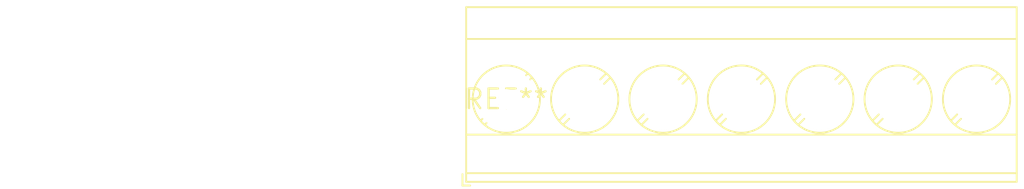
<source format=kicad_pcb>
(kicad_pcb (version 20240108) (generator pcbnew)
  (layers (0 "F.Cu" signal) (31 "B.Cu" signal) (34 "B.Paste" user) (35 "F.Paste" user) (36 "B.SilkS" user "B.Silkscreen") (37 "F.SilkS" user "F.Silkscreen") (38 "B.Mask" user) (39 "F.Mask" user) (44 "Edge.Cuts" user))
  (net 0 "")
  (footprint "TerminalBlock_Phoenix_MKDS-3-7-5.08_1x07_P5.08mm_Horizontal" (layer "F.Cu") (at 0 0)
    (property "Reference" "REF**")
    (property "Value" "TerminalBlock_Phoenix_MKDS-3-7-5.08_1x07_P5.08mm_Horizontal")
    (fp_line (start -2.84 4.86) (end -2.84 5.6) (layer "F.SilkS") (stroke (width 0.12)))
    (fp_line (start -2.84 5.6) (end -2.34 5.6) (layer "F.SilkS") (stroke (width 0.12)))
    (fp_line (start -2.6 -5.96) (end -2.6 5.36) (layer "F.SilkS") (stroke (width 0.12)))
    (fp_line (start -2.6 -5.96) (end 33.08 -5.96) (layer "F.SilkS") (stroke (width 0.12)))
    (fp_line (start -2.6 -3.9) (end 33.08 -3.9) (layer "F.SilkS") (stroke (width 0.12)))
    (fp_line (start -2.6 2.3) (end 33.08 2.3) (layer "F.SilkS") (stroke (width 0.12)))
    (fp_line (start -2.6 4.8) (end 33.08 4.8) (layer "F.SilkS") (stroke (width 0.12)))
    (fp_line (start -2.6 5.36) (end 33.08 5.36) (layer "F.SilkS") (stroke (width 0.12)))
    (fp_line (start -1.548 1.281) (end -1.654 1.388) (layer "F.SilkS") (stroke (width 0.12)))
    (fp_line (start -1.282 1.547) (end -1.388 1.654) (layer "F.SilkS") (stroke (width 0.12)))
    (fp_line (start 1.388 -1.654) (end 1.281 -1.547) (layer "F.SilkS") (stroke (width 0.12)))
    (fp_line (start 1.654 -1.388) (end 1.547 -1.281) (layer "F.SilkS") (stroke (width 0.12)))
    (fp_line (start 3.822 0.992) (end 3.427 1.388) (layer "F.SilkS") (stroke (width 0.12)))
    (fp_line (start 4.073 1.274) (end 3.693 1.654) (layer "F.SilkS") (stroke (width 0.12)))
    (fp_line (start 6.468 -1.654) (end 6.088 -1.274) (layer "F.SilkS") (stroke (width 0.12)))
    (fp_line (start 6.734 -1.388) (end 6.339 -0.992) (layer "F.SilkS") (stroke (width 0.12)))
    (fp_line (start 8.902 0.992) (end 8.507 1.388) (layer "F.SilkS") (stroke (width 0.12)))
    (fp_line (start 9.153 1.274) (end 8.773 1.654) (layer "F.SilkS") (stroke (width 0.12)))
    (fp_line (start 11.548 -1.654) (end 11.168 -1.274) (layer "F.SilkS") (stroke (width 0.12)))
    (fp_line (start 11.814 -1.388) (end 11.419 -0.992) (layer "F.SilkS") (stroke (width 0.12)))
    (fp_line (start 13.982 0.992) (end 13.587 1.388) (layer "F.SilkS") (stroke (width 0.12)))
    (fp_line (start 14.233 1.274) (end 13.853 1.654) (layer "F.SilkS") (stroke (width 0.12)))
    (fp_line (start 16.628 -1.654) (end 16.248 -1.274) (layer "F.SilkS") (stroke (width 0.12)))
    (fp_line (start 16.894 -1.388) (end 16.499 -0.992) (layer "F.SilkS") (stroke (width 0.12)))
    (fp_line (start 19.062 0.992) (end 18.667 1.388) (layer "F.SilkS") (stroke (width 0.12)))
    (fp_line (start 19.313 1.274) (end 18.933 1.654) (layer "F.SilkS") (stroke (width 0.12)))
    (fp_line (start 21.708 -1.654) (end 21.328 -1.274) (layer "F.SilkS") (stroke (width 0.12)))
    (fp_line (start 21.974 -1.388) (end 21.579 -0.992) (layer "F.SilkS") (stroke (width 0.12)))
    (fp_line (start 24.142 0.992) (end 23.747 1.388) (layer "F.SilkS") (stroke (width 0.12)))
    (fp_line (start 24.393 1.274) (end 24.013 1.654) (layer "F.SilkS") (stroke (width 0.12)))
    (fp_line (start 26.788 -1.654) (end 26.408 -1.274) (layer "F.SilkS") (stroke (width 0.12)))
    (fp_line (start 27.054 -1.388) (end 26.659 -0.992) (layer "F.SilkS") (stroke (width 0.12)))
    (fp_line (start 29.222 0.992) (end 28.827 1.388) (layer "F.SilkS") (stroke (width 0.12)))
    (fp_line (start 29.473 1.274) (end 29.093 1.654) (layer "F.SilkS") (stroke (width 0.12)))
    (fp_line (start 31.868 -1.654) (end 31.488 -1.274) (layer "F.SilkS") (stroke (width 0.12)))
    (fp_line (start 32.134 -1.388) (end 31.739 -0.992) (layer "F.SilkS") (stroke (width 0.12)))
    (fp_line (start 33.08 -5.96) (end 33.08 5.36) (layer "F.SilkS") (stroke (width 0.12)))
    (fp_circle (center 0 0) (end 2.18 0) (layer "F.SilkS") (stroke (width 0.12)) (fill none))
    (fp_circle (center 5.08 0) (end 7.26 0) (layer "F.SilkS") (stroke (width 0.12)) (fill none))
    (fp_circle (center 10.16 0) (end 12.34 0) (layer "F.SilkS") (stroke (width 0.12)) (fill none))
    (fp_circle (center 15.24 0) (end 17.42 0) (layer "F.SilkS") (stroke (width 0.12)) (fill none))
    (fp_circle (center 20.32 0) (end 22.5 0) (layer "F.SilkS") (stroke (width 0.12)) (fill none))
    (fp_circle (center 25.4 0) (end 27.58 0) (layer "F.SilkS") (stroke (width 0.12)) (fill none))
    (fp_circle (center 30.48 0) (end 32.66 0) (layer "F.SilkS") (stroke (width 0.12)) (fill none))
    (pad "1" thru_hole rect (at 0 0) (size 2.6 2.6) (drill 1.3) (layers *.Cu *.Mask) (remove_unused_layers))
    (pad "2" thru_hole circle (at 5.08 0) (size 2.6 2.6) (drill 1.3) (layers *.Cu *.Mask) (remove_unused_layers))
    (pad "3" thru_hole circle (at 10.16 0) (size 2.6 2.6) (drill 1.3) (layers *.Cu *.Mask) (remove_unused_layers))
    (pad "4" thru_hole circle (at 15.24 0) (size 2.6 2.6) (drill 1.3) (layers *.Cu *.Mask) (remove_unused_layers))
    (pad "5" thru_hole circle (at 20.32 0) (size 2.6 2.6) (drill 1.3) (layers *.Cu *.Mask) (remove_unused_layers))
    (pad "6" thru_hole circle (at 25.4 0) (size 2.6 2.6) (drill 1.3) (layers *.Cu *.Mask) (remove_unused_layers))
    (pad "7" thru_hole circle (at 30.48 0) (size 2.6 2.6) (drill 1.3) (layers *.Cu *.Mask) (remove_unused_layers))
  )
)
</source>
